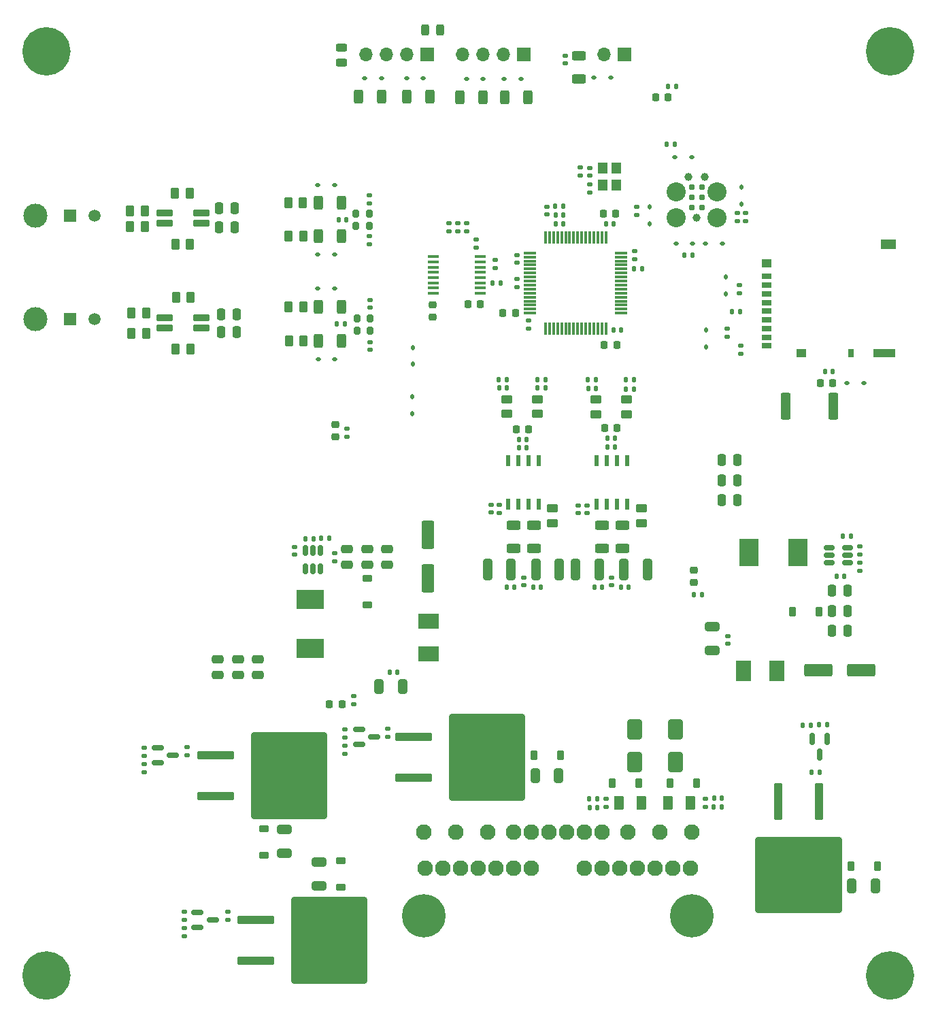
<source format=gbr>
%TF.GenerationSoftware,KiCad,Pcbnew,8.0.3*%
%TF.CreationDate,2025-02-03T16:29:31-06:00*%
%TF.ProjectId,FSAE_BMS,46534145-5f42-44d5-932e-6b696361645f,rev?*%
%TF.SameCoordinates,Original*%
%TF.FileFunction,Soldermask,Top*%
%TF.FilePolarity,Negative*%
%FSLAX46Y46*%
G04 Gerber Fmt 4.6, Leading zero omitted, Abs format (unit mm)*
G04 Created by KiCad (PCBNEW 8.0.3) date 2025-02-03 16:29:31*
%MOMM*%
%LPD*%
G01*
G04 APERTURE LIST*
G04 Aperture macros list*
%AMRoundRect*
0 Rectangle with rounded corners*
0 $1 Rounding radius*
0 $2 $3 $4 $5 $6 $7 $8 $9 X,Y pos of 4 corners*
0 Add a 4 corners polygon primitive as box body*
4,1,4,$2,$3,$4,$5,$6,$7,$8,$9,$2,$3,0*
0 Add four circle primitives for the rounded corners*
1,1,$1+$1,$2,$3*
1,1,$1+$1,$4,$5*
1,1,$1+$1,$6,$7*
1,1,$1+$1,$8,$9*
0 Add four rect primitives between the rounded corners*
20,1,$1+$1,$2,$3,$4,$5,0*
20,1,$1+$1,$4,$5,$6,$7,0*
20,1,$1+$1,$6,$7,$8,$9,0*
20,1,$1+$1,$8,$9,$2,$3,0*%
G04 Aperture macros list end*
%ADD10C,2.000000*%
%ADD11RoundRect,0.250000X0.262500X0.450000X-0.262500X0.450000X-0.262500X-0.450000X0.262500X-0.450000X0*%
%ADD12RoundRect,0.135000X0.135000X0.185000X-0.135000X0.185000X-0.135000X-0.185000X0.135000X-0.185000X0*%
%ADD13RoundRect,0.140000X0.140000X0.170000X-0.140000X0.170000X-0.140000X-0.170000X0.140000X-0.170000X0*%
%ADD14RoundRect,0.140000X0.170000X-0.140000X0.170000X0.140000X-0.170000X0.140000X-0.170000X-0.140000X0*%
%ADD15RoundRect,0.250000X0.475000X-0.250000X0.475000X0.250000X-0.475000X0.250000X-0.475000X-0.250000X0*%
%ADD16RoundRect,0.135000X-0.135000X-0.185000X0.135000X-0.185000X0.135000X0.185000X-0.135000X0.185000X0*%
%ADD17RoundRect,0.250000X0.625000X-0.312500X0.625000X0.312500X-0.625000X0.312500X-0.625000X-0.312500X0*%
%ADD18RoundRect,0.135000X-0.185000X0.135000X-0.185000X-0.135000X0.185000X-0.135000X0.185000X0.135000X0*%
%ADD19RoundRect,0.112500X-0.187500X-0.112500X0.187500X-0.112500X0.187500X0.112500X-0.187500X0.112500X0*%
%ADD20RoundRect,0.135000X0.185000X-0.135000X0.185000X0.135000X-0.185000X0.135000X-0.185000X-0.135000X0*%
%ADD21R,1.900000X2.500000*%
%ADD22RoundRect,0.250000X-0.312500X-1.075000X0.312500X-1.075000X0.312500X1.075000X-0.312500X1.075000X0*%
%ADD23RoundRect,0.225000X-0.225000X-0.250000X0.225000X-0.250000X0.225000X0.250000X-0.225000X0.250000X0*%
%ADD24RoundRect,0.250000X-2.050000X-0.300000X2.050000X-0.300000X2.050000X0.300000X-2.050000X0.300000X0*%
%ADD25RoundRect,0.250002X-4.449998X-5.149998X4.449998X-5.149998X4.449998X5.149998X-4.449998X5.149998X0*%
%ADD26RoundRect,0.250000X0.312500X0.625000X-0.312500X0.625000X-0.312500X-0.625000X0.312500X-0.625000X0*%
%ADD27C,2.374900*%
%ADD28C,0.990600*%
%ADD29C,0.787400*%
%ADD30RoundRect,0.250000X-0.650000X1.000000X-0.650000X-1.000000X0.650000X-1.000000X0.650000X1.000000X0*%
%ADD31RoundRect,0.218750X0.218750X0.256250X-0.218750X0.256250X-0.218750X-0.256250X0.218750X-0.256250X0*%
%ADD32C,3.200000*%
%ADD33RoundRect,0.140000X-0.140000X-0.170000X0.140000X-0.170000X0.140000X0.170000X-0.140000X0.170000X0*%
%ADD34RoundRect,0.250000X-0.625000X0.312500X-0.625000X-0.312500X0.625000X-0.312500X0.625000X0.312500X0*%
%ADD35R,2.350000X3.500000*%
%ADD36RoundRect,0.112500X0.187500X0.112500X-0.187500X0.112500X-0.187500X-0.112500X0.187500X-0.112500X0*%
%ADD37R,0.558800X1.460500*%
%ADD38RoundRect,0.140000X-0.170000X0.140000X-0.170000X-0.140000X0.170000X-0.140000X0.170000X0.140000X0*%
%ADD39RoundRect,0.102000X-0.925000X-0.300000X0.925000X-0.300000X0.925000X0.300000X-0.925000X0.300000X0*%
%ADD40RoundRect,0.150000X-0.587500X-0.150000X0.587500X-0.150000X0.587500X0.150000X-0.587500X0.150000X0*%
%ADD41RoundRect,0.250000X-0.325000X-0.650000X0.325000X-0.650000X0.325000X0.650000X-0.325000X0.650000X0*%
%ADD42RoundRect,0.150000X-0.150000X0.587500X-0.150000X-0.587500X0.150000X-0.587500X0.150000X0.587500X0*%
%ADD43RoundRect,0.250000X-0.250000X-0.475000X0.250000X-0.475000X0.250000X0.475000X-0.250000X0.475000X0*%
%ADD44RoundRect,0.225000X0.225000X0.375000X-0.225000X0.375000X-0.225000X-0.375000X0.225000X-0.375000X0*%
%ADD45RoundRect,0.200000X0.200000X0.275000X-0.200000X0.275000X-0.200000X-0.275000X0.200000X-0.275000X0*%
%ADD46RoundRect,0.225000X-0.225000X-0.375000X0.225000X-0.375000X0.225000X0.375000X-0.225000X0.375000X0*%
%ADD47RoundRect,0.225000X0.375000X-0.225000X0.375000X0.225000X-0.375000X0.225000X-0.375000X-0.225000X0*%
%ADD48RoundRect,0.250000X0.325000X0.650000X-0.325000X0.650000X-0.325000X-0.650000X0.325000X-0.650000X0*%
%ADD49RoundRect,0.150000X-0.512500X-0.150000X0.512500X-0.150000X0.512500X0.150000X-0.512500X0.150000X0*%
%ADD50RoundRect,0.250000X-0.312500X-0.625000X0.312500X-0.625000X0.312500X0.625000X-0.312500X0.625000X0*%
%ADD51RoundRect,0.250000X-0.450000X0.262500X-0.450000X-0.262500X0.450000X-0.262500X0.450000X0.262500X0*%
%ADD52RoundRect,0.225000X-0.375000X0.225000X-0.375000X-0.225000X0.375000X-0.225000X0.375000X0.225000X0*%
%ADD53C,1.950000*%
%ADD54C,5.400000*%
%ADD55RoundRect,0.250000X-0.650000X0.325000X-0.650000X-0.325000X0.650000X-0.325000X0.650000X0.325000X0*%
%ADD56RoundRect,0.112500X-0.112500X0.187500X-0.112500X-0.187500X0.112500X-0.187500X0.112500X0.187500X0*%
%ADD57C,2.999999*%
%ADD58R,1.520000X1.520000*%
%ADD59C,1.520000*%
%ADD60R,1.200000X1.400000*%
%ADD61RoundRect,0.200000X-0.200000X-0.275000X0.200000X-0.275000X0.200000X0.275000X-0.200000X0.275000X0*%
%ADD62RoundRect,0.112500X0.112500X-0.187500X0.112500X0.187500X-0.112500X0.187500X-0.112500X-0.187500X0*%
%ADD63RoundRect,0.225000X0.225000X0.250000X-0.225000X0.250000X-0.225000X-0.250000X0.225000X-0.250000X0*%
%ADD64R,1.200000X0.700000*%
%ADD65R,1.200000X1.000000*%
%ADD66R,0.800000X1.000000*%
%ADD67R,2.800000X1.000000*%
%ADD68R,1.900000X1.300000*%
%ADD69R,3.500000X2.350000*%
%ADD70RoundRect,0.147500X0.172500X-0.147500X0.172500X0.147500X-0.172500X0.147500X-0.172500X-0.147500X0*%
%ADD71R,2.500000X1.900000*%
%ADD72RoundRect,0.150000X0.150000X-0.512500X0.150000X0.512500X-0.150000X0.512500X-0.150000X-0.512500X0*%
%ADD73RoundRect,0.218750X-0.256250X0.218750X-0.256250X-0.218750X0.256250X-0.218750X0.256250X0.218750X0*%
%ADD74RoundRect,0.250000X0.650000X-0.325000X0.650000X0.325000X-0.650000X0.325000X-0.650000X-0.325000X0*%
%ADD75RoundRect,0.075000X-0.075000X0.700000X-0.075000X-0.700000X0.075000X-0.700000X0.075000X0.700000X0*%
%ADD76RoundRect,0.075000X-0.700000X0.075000X-0.700000X-0.075000X0.700000X-0.075000X0.700000X0.075000X0*%
%ADD77RoundRect,0.250000X-0.362500X-1.425000X0.362500X-1.425000X0.362500X1.425000X-0.362500X1.425000X0*%
%ADD78RoundRect,0.243750X0.456250X-0.243750X0.456250X0.243750X-0.456250X0.243750X-0.456250X-0.243750X0*%
%ADD79RoundRect,0.250000X0.375000X0.625000X-0.375000X0.625000X-0.375000X-0.625000X0.375000X-0.625000X0*%
%ADD80R,1.475000X0.450000*%
%ADD81RoundRect,0.218750X0.256250X-0.218750X0.256250X0.218750X-0.256250X0.218750X-0.256250X-0.218750X0*%
%ADD82RoundRect,0.250000X-1.500000X-0.550000X1.500000X-0.550000X1.500000X0.550000X-1.500000X0.550000X0*%
%ADD83R,1.700000X1.700000*%
%ADD84O,1.700000X1.700000*%
%ADD85RoundRect,0.250000X0.550000X-1.500000X0.550000X1.500000X-0.550000X1.500000X-0.550000X-1.500000X0*%
%ADD86RoundRect,0.243750X-0.243750X-0.456250X0.243750X-0.456250X0.243750X0.456250X-0.243750X0.456250X0*%
%ADD87RoundRect,0.225000X-0.250000X0.225000X-0.250000X-0.225000X0.250000X-0.225000X0.250000X0.225000X0*%
%ADD88RoundRect,0.250000X-0.375000X-0.625000X0.375000X-0.625000X0.375000X0.625000X-0.375000X0.625000X0*%
%ADD89RoundRect,0.250000X-0.300000X2.050000X-0.300000X-2.050000X0.300000X-2.050000X0.300000X2.050000X0*%
%ADD90RoundRect,0.250002X-5.149998X4.449998X-5.149998X-4.449998X5.149998X-4.449998X5.149998X4.449998X0*%
G04 APERTURE END LIST*
D10*
X202300000Y-30000000D02*
G75*
G02*
X198300000Y-30000000I-2000000J0D01*
G01*
X198300000Y-30000000D02*
G75*
G02*
X202300000Y-30000000I2000000J0D01*
G01*
X202300000Y-145000000D02*
G75*
G02*
X198300000Y-145000000I-2000000J0D01*
G01*
X198300000Y-145000000D02*
G75*
G02*
X202300000Y-145000000I2000000J0D01*
G01*
X97300000Y-145000000D02*
G75*
G02*
X93300000Y-145000000I-2000000J0D01*
G01*
X93300000Y-145000000D02*
G75*
G02*
X97300000Y-145000000I2000000J0D01*
G01*
X97300000Y-30000000D02*
G75*
G02*
X93300000Y-30000000I-2000000J0D01*
G01*
X93300000Y-30000000D02*
G75*
G02*
X97300000Y-30000000I2000000J0D01*
G01*
D11*
%TO.C,R527*%
X107546185Y-49818326D03*
X105721185Y-49818326D03*
%TD*%
D12*
%TO.C,R602*%
X157446187Y-70855329D03*
X156426187Y-70855329D03*
%TD*%
D13*
%TO.C,C402*%
X163870000Y-124104000D03*
X162910000Y-124104000D03*
%TD*%
D14*
%TO.C,C505*%
X135495847Y-53983697D03*
X135495847Y-53023697D03*
%TD*%
D15*
%TO.C,C424*%
X116641000Y-107574500D03*
X116641000Y-105674500D03*
%TD*%
D16*
%TO.C,R408*%
X129491000Y-90624500D03*
X130511000Y-90624500D03*
%TD*%
D15*
%TO.C,C412*%
X135241000Y-93874500D03*
X135241000Y-91974500D03*
%TD*%
%TO.C,C410*%
X137741000Y-93874500D03*
X137741000Y-91974500D03*
%TD*%
D17*
%TO.C,R305*%
X161600000Y-33462500D03*
X161600000Y-30537500D03*
%TD*%
D18*
%TO.C,R203*%
X161756068Y-44461613D03*
X161756068Y-45481613D03*
%TD*%
D19*
%TO.C,D503*%
X129100000Y-59500000D03*
X131200000Y-59500000D03*
%TD*%
D20*
%TO.C,R702*%
X132450000Y-117410000D03*
X132450000Y-116390000D03*
%TD*%
D18*
%TO.C,R501*%
X132700400Y-76960900D03*
X132700400Y-77980900D03*
%TD*%
D21*
%TO.C,L401*%
X182091606Y-107133500D03*
X186191606Y-107133500D03*
%TD*%
D22*
%TO.C,R612*%
X150225000Y-94450000D03*
X153150000Y-94450000D03*
%TD*%
D23*
%TO.C,C201*%
X164628784Y-50200000D03*
X166178784Y-50200000D03*
%TD*%
D24*
%TO.C,Q704*%
X116325000Y-117585000D03*
D25*
X125475000Y-120125000D03*
D24*
X116325000Y-122665000D03*
%TD*%
D26*
%TO.C,R302*%
X149642500Y-35700000D03*
X146717500Y-35700000D03*
%TD*%
D13*
%TO.C,C215*%
X193154142Y-69847145D03*
X192194142Y-69847145D03*
%TD*%
D19*
%TO.C,D204*%
X173650000Y-53900000D03*
X175750000Y-53900000D03*
%TD*%
D27*
%TO.C,J201*%
X173725000Y-50670000D03*
D28*
X176265000Y-50670000D03*
D27*
X178805000Y-50670000D03*
X173725000Y-47495000D03*
X178805000Y-47495000D03*
D28*
X175249000Y-45590000D03*
X177281000Y-45590000D03*
D29*
X176900000Y-49400000D03*
X175630000Y-49400000D03*
X176900000Y-48130000D03*
X175630000Y-48130000D03*
X176900000Y-46860000D03*
X175630000Y-46860000D03*
%TD*%
D30*
%TO.C,D406*%
X168498000Y-114400000D03*
X168498000Y-118400000D03*
%TD*%
D31*
%TO.C,D410*%
X132078500Y-111224500D03*
X130503500Y-111224500D03*
%TD*%
D32*
%TO.C,H103*%
X200300000Y-145000000D03*
%TD*%
D33*
%TO.C,C612*%
X165121181Y-79250000D03*
X166081181Y-79250000D03*
%TD*%
D34*
%TO.C,R606*%
X153437000Y-88937500D03*
X153437000Y-91862500D03*
%TD*%
D33*
%TO.C,C602*%
X151663769Y-71909970D03*
X152623769Y-71909970D03*
%TD*%
D35*
%TO.C,L403*%
X188817606Y-92401500D03*
X182767606Y-92401500D03*
%TD*%
D36*
%TO.C,D504*%
X131200000Y-55250000D03*
X129100000Y-55250000D03*
%TD*%
D37*
%TO.C,U601*%
X167605000Y-80925850D03*
X166335000Y-80925850D03*
X165065000Y-80925850D03*
X163795000Y-80925850D03*
X163795000Y-86374150D03*
X165065000Y-86374150D03*
X166335000Y-86374150D03*
X167605000Y-86374150D03*
%TD*%
D38*
%TO.C,C206*%
X155350358Y-63521508D03*
X155350358Y-64481508D03*
%TD*%
D26*
%TO.C,R512*%
X132042440Y-52995697D03*
X129117440Y-52995697D03*
%TD*%
D16*
%TO.C,R706*%
X191457000Y-113819000D03*
X192477000Y-113819000D03*
%TD*%
D18*
%TO.C,R406*%
X196521363Y-93665590D03*
X196521363Y-94685590D03*
%TD*%
D12*
%TO.C,R207*%
X173492517Y-41588807D03*
X172472517Y-41588807D03*
%TD*%
D39*
%TO.C,L501*%
X110002118Y-63176469D03*
X110002118Y-64446469D03*
X114552118Y-64446469D03*
X114552118Y-63176469D03*
%TD*%
D40*
%TO.C,Q707*%
X114117500Y-137135000D03*
X114117500Y-139035000D03*
X115992500Y-138085000D03*
%TD*%
D18*
%TO.C,R514*%
X147600000Y-51390000D03*
X147600000Y-52410000D03*
%TD*%
D41*
%TO.C,C703*%
X195500000Y-133875000D03*
X198450000Y-133875000D03*
%TD*%
D33*
%TO.C,C203*%
X164920603Y-51500000D03*
X165880603Y-51500000D03*
%TD*%
D42*
%TO.C,Q703*%
X192475000Y-115597000D03*
X190575000Y-115597000D03*
X191525000Y-117472000D03*
%TD*%
D13*
%TO.C,C610*%
X157385180Y-71914575D03*
X156425180Y-71914575D03*
%TD*%
%TO.C,C417*%
X195416606Y-90369500D03*
X194456606Y-90369500D03*
%TD*%
D33*
%TO.C,C502*%
X131651940Y-50963697D03*
X132611940Y-50963697D03*
%TD*%
D26*
%TO.C,R510*%
X132035741Y-66045000D03*
X129110741Y-66045000D03*
%TD*%
D20*
%TO.C,R701*%
X107500000Y-119710000D03*
X107500000Y-118690000D03*
%TD*%
D16*
%TO.C,R401*%
X178374000Y-124020000D03*
X179394000Y-124020000D03*
%TD*%
D43*
%TO.C,C421*%
X179381606Y-83384500D03*
X181281606Y-83384500D03*
%TD*%
D14*
%TO.C,C202*%
X162900000Y-47550000D03*
X162900000Y-46590000D03*
%TD*%
D44*
%TO.C,D403*%
X176250000Y-121100000D03*
X172950000Y-121100000D03*
%TD*%
D26*
%TO.C,R511*%
X132039618Y-61772649D03*
X129114618Y-61772649D03*
%TD*%
D33*
%TO.C,C609*%
X152570000Y-96700000D03*
X153530000Y-96700000D03*
%TD*%
%TO.C,C501*%
X131472487Y-63942220D03*
X132432487Y-63942220D03*
%TD*%
D43*
%TO.C,C411*%
X193097606Y-102140500D03*
X194997606Y-102140500D03*
%TD*%
D45*
%TO.C,R504*%
X135473432Y-51745121D03*
X133823432Y-51745121D03*
%TD*%
D33*
%TO.C,C617*%
X154099591Y-79329479D03*
X155059591Y-79329479D03*
%TD*%
D46*
%TO.C,D703*%
X195425000Y-131375000D03*
X198725000Y-131375000D03*
%TD*%
D43*
%TO.C,C423*%
X179381606Y-80884500D03*
X181281606Y-80884500D03*
%TD*%
D33*
%TO.C,C508*%
X150863272Y-58801008D03*
X151823272Y-58801008D03*
%TD*%
D26*
%TO.C,R304*%
X137042500Y-35600000D03*
X134117500Y-35600000D03*
%TD*%
D19*
%TO.C,D301*%
X147570000Y-33400000D03*
X149670000Y-33400000D03*
%TD*%
D47*
%TO.C,D408*%
X135241000Y-98900000D03*
X135241000Y-95600000D03*
%TD*%
D14*
%TO.C,C204*%
X153898564Y-56310000D03*
X153898564Y-55350000D03*
%TD*%
D20*
%TO.C,R711*%
X112453033Y-138109839D03*
X112453033Y-137089839D03*
%TD*%
D22*
%TO.C,R610*%
X161187500Y-94450000D03*
X164112500Y-94450000D03*
%TD*%
D14*
%TO.C,C504*%
X135577118Y-61922220D03*
X135577118Y-60962220D03*
%TD*%
D18*
%TO.C,R403*%
X164942000Y-122994000D03*
X164942000Y-124014000D03*
%TD*%
D16*
%TO.C,R409*%
X175884606Y-97608500D03*
X176904606Y-97608500D03*
%TD*%
D46*
%TO.C,D407*%
X188150000Y-99700000D03*
X191450000Y-99700000D03*
%TD*%
D36*
%TO.C,D502*%
X131213614Y-68297057D03*
X129113614Y-68297057D03*
%TD*%
D20*
%TO.C,R507*%
X153900000Y-59310000D03*
X153900000Y-58290000D03*
%TD*%
D16*
%TO.C,R607*%
X162690000Y-70850000D03*
X163710000Y-70850000D03*
%TD*%
D48*
%TO.C,C404*%
X139675000Y-109024500D03*
X136725000Y-109024500D03*
%TD*%
D34*
%TO.C,R603*%
X166964000Y-88937500D03*
X166964000Y-91862500D03*
%TD*%
D49*
%TO.C,U401*%
X192733022Y-91765093D03*
X192733022Y-92715093D03*
X192733022Y-93665093D03*
X195008022Y-93665093D03*
X195008022Y-92715093D03*
X195008022Y-91765093D03*
%TD*%
D16*
%TO.C,R210*%
X180615501Y-62347900D03*
X181635501Y-62347900D03*
%TD*%
D50*
%TO.C,R301*%
X152317500Y-35700000D03*
X155242500Y-35700000D03*
%TD*%
D51*
%TO.C,R618*%
X158300000Y-86887500D03*
X158300000Y-88712500D03*
%TD*%
D52*
%TO.C,D701*%
X122400000Y-126700000D03*
X122400000Y-130000000D03*
%TD*%
D45*
%TO.C,R502*%
X135602118Y-64783886D03*
X133952118Y-64783886D03*
%TD*%
D41*
%TO.C,C702*%
X156125000Y-120100000D03*
X159075000Y-120100000D03*
%TD*%
D34*
%TO.C,R605*%
X155987000Y-88937500D03*
X155987000Y-91862500D03*
%TD*%
D53*
%TO.C,J303*%
X175660000Y-127162500D03*
X171660000Y-127162500D03*
X167660000Y-127162500D03*
X164460000Y-127162500D03*
X162260000Y-127162500D03*
X160060000Y-127162500D03*
X157860000Y-127162500D03*
X155660000Y-127162500D03*
X153460000Y-127162500D03*
X150260000Y-127162500D03*
X146260000Y-127162500D03*
X142260000Y-127162500D03*
X175460000Y-131662500D03*
X173260000Y-131662500D03*
X171060000Y-131662500D03*
X168860000Y-131662500D03*
X166660000Y-131662500D03*
X164460000Y-131662500D03*
X162260000Y-131662500D03*
X155660000Y-131662500D03*
X153460000Y-131662500D03*
X151260000Y-131662500D03*
X149060000Y-131662500D03*
X146860000Y-131662500D03*
X144660000Y-131662500D03*
X142460000Y-131662500D03*
D54*
X175610000Y-137612500D03*
X142260000Y-137612500D03*
%TD*%
D14*
%TO.C,C405*%
X180132686Y-103697627D03*
X180132686Y-102737627D03*
%TD*%
D38*
%TO.C,C418*%
X126191000Y-91644500D03*
X126191000Y-92604500D03*
%TD*%
D33*
%TO.C,C415*%
X193647256Y-95358996D03*
X194607256Y-95358996D03*
%TD*%
D16*
%TO.C,R201*%
X172669303Y-34342642D03*
X173689303Y-34342642D03*
%TD*%
D23*
%TO.C,C614*%
X164756919Y-76850000D03*
X166306919Y-76850000D03*
%TD*%
D11*
%TO.C,R525*%
X107689618Y-62561469D03*
X105864618Y-62561469D03*
%TD*%
D39*
%TO.C,L502*%
X110011661Y-50147590D03*
X110011661Y-51417590D03*
X114561661Y-51417590D03*
X114561661Y-50147590D03*
%TD*%
D55*
%TO.C,C701*%
X124900000Y-126825000D03*
X124900000Y-129775000D03*
%TD*%
D31*
%TO.C,D202*%
X172676803Y-35742642D03*
X171101803Y-35742642D03*
%TD*%
D11*
%TO.C,R522*%
X113163318Y-54002007D03*
X111338318Y-54002007D03*
%TD*%
D30*
%TO.C,D405*%
X173578000Y-114400000D03*
X173578000Y-118400000D03*
%TD*%
D22*
%TO.C,R609*%
X167187500Y-94450000D03*
X170112500Y-94450000D03*
%TD*%
D18*
%TO.C,R405*%
X196530224Y-91629050D03*
X196530224Y-92649050D03*
%TD*%
D56*
%TO.C,D207*%
X179826381Y-58050000D03*
X179826381Y-60150000D03*
%TD*%
D38*
%TO.C,C603*%
X165650000Y-95470000D03*
X165650000Y-96430000D03*
%TD*%
D33*
%TO.C,C601*%
X162720000Y-71962788D03*
X163680000Y-71962788D03*
%TD*%
%TO.C,C214*%
X158650364Y-49267863D03*
X159610364Y-49267863D03*
%TD*%
D15*
%TO.C,C420*%
X121641000Y-107574500D03*
X121641000Y-105674500D03*
%TD*%
D33*
%TO.C,C211*%
X158657444Y-51485605D03*
X159617444Y-51485605D03*
%TD*%
D36*
%TO.C,D203*%
X175600000Y-43200000D03*
X173500000Y-43200000D03*
%TD*%
D18*
%TO.C,R508*%
X146500000Y-51390000D03*
X146500000Y-52410000D03*
%TD*%
D20*
%TO.C,R410*%
X133591000Y-111234500D03*
X133591000Y-110214500D03*
%TD*%
D57*
%TO.C,J305*%
X93951606Y-50418326D03*
D58*
X98271605Y-50418326D03*
D59*
X101271604Y-50418326D03*
%TD*%
D60*
%TO.C,Y201*%
X166226000Y-46683500D03*
X166226000Y-44483500D03*
X164526000Y-44483500D03*
X164526000Y-46683500D03*
%TD*%
D61*
%TO.C,R503*%
X133952118Y-63242220D03*
X135602118Y-63242220D03*
%TD*%
D33*
%TO.C,C615*%
X165126725Y-78150000D03*
X166086725Y-78150000D03*
%TD*%
D62*
%TO.C,D208*%
X177400000Y-66750000D03*
X177400000Y-64650000D03*
%TD*%
D16*
%TO.C,R709*%
X190490000Y-119700000D03*
X191510000Y-119700000D03*
%TD*%
D11*
%TO.C,R519*%
X127235413Y-48846951D03*
X125410413Y-48846951D03*
%TD*%
D23*
%TO.C,C507*%
X147779674Y-61439141D03*
X149329674Y-61439141D03*
%TD*%
D36*
%TO.C,D303*%
X154370000Y-33400000D03*
X152270000Y-33400000D03*
%TD*%
D11*
%TO.C,R520*%
X113189618Y-67020718D03*
X111364618Y-67020718D03*
%TD*%
D63*
%TO.C,C216*%
X193175000Y-71247145D03*
X191625000Y-71247145D03*
%TD*%
D64*
%TO.C,J202*%
X184974142Y-57947145D03*
X184974142Y-59047145D03*
X184974142Y-60147145D03*
X184974142Y-61247145D03*
X184974142Y-62347145D03*
X184974142Y-63447145D03*
X184974142Y-64547145D03*
X184974142Y-65647145D03*
X184974142Y-66597145D03*
D65*
X184974142Y-56397145D03*
X189274142Y-67547145D03*
D66*
X195474142Y-67547145D03*
D67*
X199624142Y-67547145D03*
D68*
X200074142Y-54047145D03*
%TD*%
D46*
%TO.C,D404*%
X165750000Y-121100000D03*
X169050000Y-121100000D03*
%TD*%
D43*
%TO.C,C510*%
X117077118Y-62700000D03*
X118977118Y-62700000D03*
%TD*%
D20*
%TO.C,R704*%
X107495370Y-117699397D03*
X107495370Y-116679397D03*
%TD*%
D69*
%TO.C,L404*%
X128171000Y-98224500D03*
X128171000Y-104274500D03*
%TD*%
D70*
%TO.C,L201*%
X157620728Y-50310863D03*
X157620728Y-49340863D03*
%TD*%
D71*
%TO.C,L402*%
X142844000Y-105010500D03*
X142844000Y-100910500D03*
%TD*%
D33*
%TO.C,C620*%
X154100741Y-78321894D03*
X155060741Y-78321894D03*
%TD*%
D43*
%TO.C,C419*%
X179381606Y-85884500D03*
X181281606Y-85884500D03*
%TD*%
D56*
%TO.C,D401*%
X140900000Y-66850000D03*
X140900000Y-68950000D03*
%TD*%
D13*
%TO.C,C406*%
X138980000Y-107224500D03*
X138020000Y-107224500D03*
%TD*%
D63*
%TO.C,C207*%
X153676055Y-62541186D03*
X152126055Y-62541186D03*
%TD*%
D36*
%TO.C,D201*%
X179416855Y-53900000D03*
X177316855Y-53900000D03*
%TD*%
D14*
%TO.C,C416*%
X131138801Y-93430963D03*
X131138801Y-92470963D03*
%TD*%
D51*
%TO.C,R616*%
X152627028Y-73292216D03*
X152627028Y-75117216D03*
%TD*%
D36*
%TO.C,D209*%
X197050000Y-71250000D03*
X194950000Y-71250000D03*
%TD*%
D12*
%TO.C,R601*%
X168443713Y-70886109D03*
X167423713Y-70886109D03*
%TD*%
D72*
%TO.C,U402*%
X127541000Y-94362000D03*
X128491000Y-94362000D03*
X129441000Y-94362000D03*
X129441000Y-92087000D03*
X128491000Y-92087000D03*
X127541000Y-92087000D03*
%TD*%
D16*
%TO.C,R407*%
X127549926Y-90627553D03*
X128569926Y-90627553D03*
%TD*%
D11*
%TO.C,R521*%
X113264249Y-60620718D03*
X111439249Y-60620718D03*
%TD*%
%TO.C,R526*%
X107546185Y-51818326D03*
X105721185Y-51818326D03*
%TD*%
D19*
%TO.C,D302*%
X134929595Y-33361530D03*
X137029595Y-33361530D03*
%TD*%
D51*
%TO.C,R615*%
X156433509Y-73303377D03*
X156433509Y-75128377D03*
%TD*%
D73*
%TO.C,D501*%
X131300000Y-76425000D03*
X131300000Y-78000000D03*
%TD*%
D16*
%TO.C,R202*%
X168406566Y-57089850D03*
X169426566Y-57089850D03*
%TD*%
%TO.C,R608*%
X151607935Y-70856380D03*
X152627935Y-70856380D03*
%TD*%
D43*
%TO.C,C409*%
X193097606Y-97140500D03*
X194997606Y-97140500D03*
%TD*%
D36*
%TO.C,D304*%
X142226469Y-33319107D03*
X140126469Y-33319107D03*
%TD*%
D15*
%TO.C,C422*%
X119141000Y-107574500D03*
X119141000Y-105674500D03*
%TD*%
D62*
%TO.C,D205*%
X170400000Y-51450000D03*
X170400000Y-49350000D03*
%TD*%
D33*
%TO.C,C606*%
X166820000Y-96650000D03*
X167780000Y-96650000D03*
%TD*%
D74*
%TO.C,C403*%
X178172606Y-104575000D03*
X178172606Y-101625000D03*
%TD*%
D32*
%TO.C,H101*%
X95300000Y-30000000D03*
%TD*%
D38*
%TO.C,C604*%
X154730604Y-95470000D03*
X154730604Y-96430000D03*
%TD*%
D20*
%TO.C,R705*%
X132482526Y-115361969D03*
X132482526Y-114341969D03*
%TD*%
D22*
%TO.C,R611*%
X156225000Y-94450000D03*
X159150000Y-94450000D03*
%TD*%
D40*
%TO.C,Q701*%
X109147500Y-116635000D03*
X109147500Y-118535000D03*
X111022500Y-117585000D03*
%TD*%
D51*
%TO.C,R614*%
X163714000Y-73349000D03*
X163714000Y-75174000D03*
%TD*%
D26*
%TO.C,R513*%
X132033361Y-48854860D03*
X129108361Y-48854860D03*
%TD*%
D18*
%TO.C,R205*%
X168737473Y-49347683D03*
X168737473Y-50367683D03*
%TD*%
D75*
%TO.C,U201*%
X164926000Y-53158500D03*
X164426000Y-53158500D03*
X163926000Y-53158500D03*
X163426000Y-53158500D03*
X162926000Y-53158500D03*
X162426000Y-53158500D03*
X161926000Y-53158500D03*
X161426000Y-53158500D03*
X160926000Y-53158500D03*
X160426000Y-53158500D03*
X159926000Y-53158500D03*
X159426000Y-53158500D03*
X158926000Y-53158500D03*
X158426000Y-53158500D03*
X157926000Y-53158500D03*
X157426000Y-53158500D03*
D76*
X155501000Y-55083500D03*
X155501000Y-55583500D03*
X155501000Y-56083500D03*
X155501000Y-56583500D03*
X155501000Y-57083500D03*
X155501000Y-57583500D03*
X155501000Y-58083500D03*
X155501000Y-58583500D03*
X155501000Y-59083500D03*
X155501000Y-59583500D03*
X155501000Y-60083500D03*
X155501000Y-60583500D03*
X155501000Y-61083500D03*
X155501000Y-61583500D03*
X155501000Y-62083500D03*
X155501000Y-62583500D03*
D75*
X157426000Y-64508500D03*
X157926000Y-64508500D03*
X158426000Y-64508500D03*
X158926000Y-64508500D03*
X159426000Y-64508500D03*
X159926000Y-64508500D03*
X160426000Y-64508500D03*
X160926000Y-64508500D03*
X161426000Y-64508500D03*
X161926000Y-64508500D03*
X162426000Y-64508500D03*
X162926000Y-64508500D03*
X163426000Y-64508500D03*
X163926000Y-64508500D03*
X164426000Y-64508500D03*
X164926000Y-64508500D03*
D76*
X166851000Y-62583500D03*
X166851000Y-62083500D03*
X166851000Y-61583500D03*
X166851000Y-61083500D03*
X166851000Y-60583500D03*
X166851000Y-60083500D03*
X166851000Y-59583500D03*
X166851000Y-59083500D03*
X166851000Y-58583500D03*
X166851000Y-58083500D03*
X166851000Y-57583500D03*
X166851000Y-57083500D03*
X166851000Y-56583500D03*
X166851000Y-56083500D03*
X166851000Y-55583500D03*
X166851000Y-55083500D03*
%TD*%
D11*
%TO.C,R516*%
X127300202Y-66024268D03*
X125475202Y-66024268D03*
%TD*%
D43*
%TO.C,C512*%
X116818662Y-49500396D03*
X118718662Y-49500396D03*
%TD*%
D47*
%TO.C,D704*%
X131950000Y-134050000D03*
X131950000Y-130750000D03*
%TD*%
D38*
%TO.C,C301*%
X159900000Y-30520000D03*
X159900000Y-31480000D03*
%TD*%
D11*
%TO.C,R517*%
X127257336Y-61780495D03*
X125432336Y-61780495D03*
%TD*%
D38*
%TO.C,C616*%
X151627419Y-86451525D03*
X151627419Y-87411525D03*
%TD*%
D43*
%TO.C,C511*%
X116807318Y-51910872D03*
X118707318Y-51910872D03*
%TD*%
D51*
%TO.C,R613*%
X167464000Y-73349000D03*
X167464000Y-75174000D03*
%TD*%
D77*
%TO.C,R211*%
X187275000Y-74150000D03*
X193200000Y-74150000D03*
%TD*%
D78*
%TO.C,F302*%
X132000000Y-31437500D03*
X132000000Y-29562500D03*
%TD*%
D18*
%TO.C,R708*%
X137800000Y-114290000D03*
X137800000Y-115310000D03*
%TD*%
D13*
%TO.C,C605*%
X168400000Y-72000000D03*
X167440000Y-72000000D03*
%TD*%
D61*
%TO.C,R505*%
X133827446Y-50171664D03*
X135477446Y-50171664D03*
%TD*%
D79*
%TO.C,F402*%
X169390000Y-123512000D03*
X166590000Y-123512000D03*
%TD*%
D18*
%TO.C,R208*%
X181589029Y-59117659D03*
X181589029Y-60137659D03*
%TD*%
D19*
%TO.C,D505*%
X129100000Y-46645697D03*
X131200000Y-46645697D03*
%TD*%
D15*
%TO.C,C414*%
X132741000Y-93874500D03*
X132741000Y-91974500D03*
%TD*%
D36*
%TO.C,D305*%
X165550000Y-33300000D03*
X163450000Y-33300000D03*
%TD*%
D37*
%TO.C,U602*%
X156555000Y-80914350D03*
X155285000Y-80914350D03*
X154015000Y-80914350D03*
X152745000Y-80914350D03*
X152745000Y-86362650D03*
X154015000Y-86362650D03*
X155285000Y-86362650D03*
X156555000Y-86362650D03*
%TD*%
D80*
%TO.C,IC501*%
X149327183Y-60100000D03*
X149327183Y-59450000D03*
X149327183Y-58800000D03*
X149327183Y-58150000D03*
X149327183Y-57500000D03*
X149327183Y-56850000D03*
X149327183Y-56200000D03*
X149327183Y-55550000D03*
X143451183Y-55550000D03*
X143451183Y-56200000D03*
X143451183Y-56850000D03*
X143451183Y-57500000D03*
X143451183Y-58150000D03*
X143451183Y-58800000D03*
X143451183Y-59450000D03*
X143451183Y-60100000D03*
%TD*%
D38*
%TO.C,C210*%
X168479451Y-54868286D03*
X168479451Y-55828286D03*
%TD*%
D20*
%TO.C,R209*%
X180000000Y-65557145D03*
X180000000Y-64537145D03*
%TD*%
D50*
%TO.C,R303*%
X140117500Y-35600000D03*
X143042500Y-35600000D03*
%TD*%
D81*
%TO.C,D409*%
X175886606Y-96110000D03*
X175886606Y-94535000D03*
%TD*%
D38*
%TO.C,C613*%
X161517357Y-86484568D03*
X161517357Y-87444568D03*
%TD*%
D32*
%TO.C,H102*%
X200300000Y-30000000D03*
%TD*%
D82*
%TO.C,C407*%
X191347606Y-107006500D03*
X196747606Y-107006500D03*
%TD*%
D14*
%TO.C,C506*%
X135507530Y-48903697D03*
X135507530Y-47943697D03*
%TD*%
D83*
%TO.C,J301*%
X154700000Y-30400000D03*
D84*
X152160000Y-30400000D03*
X149620000Y-30400000D03*
X147080000Y-30400000D03*
%TD*%
D18*
%TO.C,R707*%
X112835000Y-116590000D03*
X112835000Y-117610000D03*
%TD*%
D85*
%TO.C,C408*%
X142741000Y-95574500D03*
X142741000Y-90174500D03*
%TD*%
D43*
%TO.C,C413*%
X193097606Y-99640500D03*
X194997606Y-99640500D03*
%TD*%
D24*
%TO.C,Q705*%
X141025000Y-115285000D03*
D25*
X150175000Y-117825000D03*
D24*
X141025000Y-120365000D03*
%TD*%
D20*
%TO.C,R212*%
X181700000Y-67610000D03*
X181700000Y-66590000D03*
%TD*%
D43*
%TO.C,C509*%
X117077118Y-64900000D03*
X118977118Y-64900000D03*
%TD*%
D14*
%TO.C,C503*%
X135577118Y-67122220D03*
X135577118Y-66162220D03*
%TD*%
D33*
%TO.C,C608*%
X155870000Y-96700000D03*
X156830000Y-96700000D03*
%TD*%
D20*
%TO.C,R710*%
X112450000Y-140120000D03*
X112450000Y-139100000D03*
%TD*%
D86*
%TO.C,F301*%
X142462500Y-27300000D03*
X144337500Y-27300000D03*
%TD*%
D33*
%TO.C,C212*%
X158656001Y-50389500D03*
X159616001Y-50389500D03*
%TD*%
%TO.C,C607*%
X163520000Y-96650000D03*
X164480000Y-96650000D03*
%TD*%
D40*
%TO.C,Q702*%
X134251500Y-114335000D03*
X134251500Y-116235000D03*
X136126500Y-115285000D03*
%TD*%
D20*
%TO.C,R509*%
X151179976Y-56935300D03*
X151179976Y-55915300D03*
%TD*%
D38*
%TO.C,C205*%
X162902613Y-44490954D03*
X162902613Y-45450954D03*
%TD*%
D74*
%TO.C,C704*%
X129250000Y-133875000D03*
X129250000Y-130925000D03*
%TD*%
D24*
%TO.C,Q708*%
X121375000Y-138085000D03*
D25*
X130525000Y-140625000D03*
D24*
X121375000Y-143165000D03*
%TD*%
D18*
%TO.C,R515*%
X148800000Y-53390000D03*
X148800000Y-54410000D03*
%TD*%
D23*
%TO.C,C619*%
X153786759Y-77053502D03*
X155336759Y-77053502D03*
%TD*%
D16*
%TO.C,R703*%
X189405441Y-113826470D03*
X190425441Y-113826470D03*
%TD*%
D56*
%TO.C,D402*%
X140800000Y-72950000D03*
X140800000Y-75050000D03*
%TD*%
D51*
%TO.C,R617*%
X169400000Y-86887500D03*
X169400000Y-88712500D03*
%TD*%
D11*
%TO.C,R523*%
X113133482Y-47631957D03*
X111308482Y-47631957D03*
%TD*%
D83*
%TO.C,J302*%
X142660000Y-30400000D03*
D84*
X140120000Y-30400000D03*
X137580000Y-30400000D03*
X135040000Y-30400000D03*
%TD*%
D33*
%TO.C,C208*%
X165871613Y-64651080D03*
X166831613Y-64651080D03*
%TD*%
D87*
%TO.C,C513*%
X143400000Y-61550000D03*
X143400000Y-63100000D03*
%TD*%
D12*
%TO.C,R206*%
X175720000Y-55400000D03*
X174700000Y-55400000D03*
%TD*%
D34*
%TO.C,R604*%
X164414000Y-88937500D03*
X164414000Y-91862500D03*
%TD*%
D18*
%TO.C,R204*%
X181278487Y-50108257D03*
X181278487Y-51128257D03*
%TD*%
D88*
%TO.C,F401*%
X172686000Y-123512000D03*
X175486000Y-123512000D03*
%TD*%
D56*
%TO.C,D206*%
X181792662Y-46895494D03*
X181792662Y-48995494D03*
%TD*%
D38*
%TO.C,C618*%
X150641141Y-86448131D03*
X150641141Y-87408131D03*
%TD*%
D23*
%TO.C,C209*%
X164750000Y-66500000D03*
X166300000Y-66500000D03*
%TD*%
D18*
%TO.C,R402*%
X177284000Y-123010000D03*
X177284000Y-124030000D03*
%TD*%
D14*
%TO.C,C213*%
X182326706Y-51112279D03*
X182326706Y-50152279D03*
%TD*%
D18*
%TO.C,R712*%
X117849000Y-137090000D03*
X117849000Y-138110000D03*
%TD*%
D11*
%TO.C,R518*%
X127289601Y-52992327D03*
X125464601Y-52992327D03*
%TD*%
D38*
%TO.C,C611*%
X162621178Y-86484568D03*
X162621178Y-87444568D03*
%TD*%
D83*
%TO.C,J306*%
X167275000Y-30400000D03*
D84*
X164735000Y-30400000D03*
%TD*%
D12*
%TO.C,R404*%
X163900000Y-123004000D03*
X162880000Y-123004000D03*
%TD*%
D46*
%TO.C,D702*%
X155950000Y-117600000D03*
X159250000Y-117600000D03*
%TD*%
D18*
%TO.C,R506*%
X145400000Y-51390000D03*
X145400000Y-52410000D03*
%TD*%
D57*
%TO.C,J304*%
X93935218Y-63354222D03*
D58*
X98255217Y-63354222D03*
D59*
X101255216Y-63354222D03*
%TD*%
D11*
%TO.C,R524*%
X107689618Y-65061469D03*
X105864618Y-65061469D03*
%TD*%
D89*
%TO.C,Q706*%
X191440000Y-123350000D03*
D90*
X188900000Y-132500000D03*
D89*
X186360000Y-123350000D03*
%TD*%
D33*
%TO.C,C401*%
X178404000Y-122920000D03*
X179364000Y-122920000D03*
%TD*%
D32*
%TO.C,H104*%
X95300000Y-145000000D03*
%TD*%
M02*

</source>
